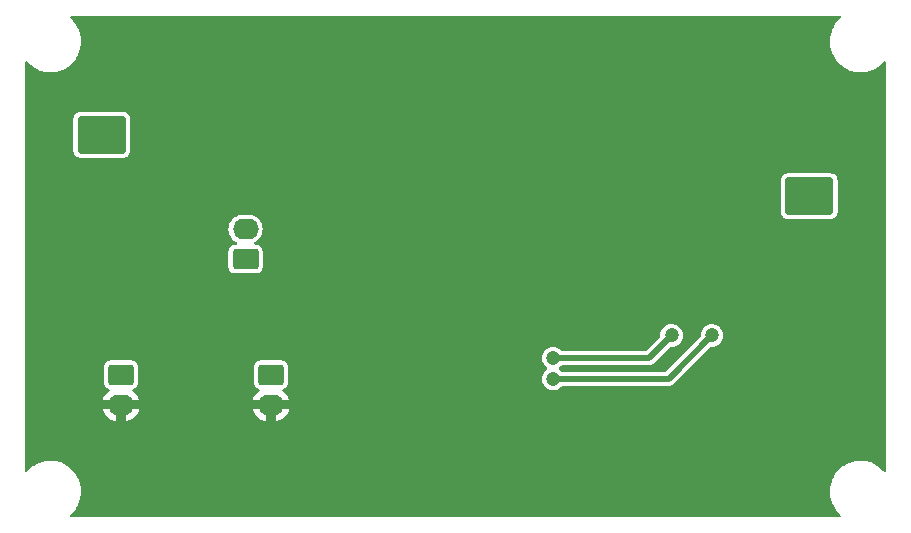
<source format=gbr>
%TF.GenerationSoftware,KiCad,Pcbnew,6.0.4-6f826c9f35~116~ubuntu21.10.1*%
%TF.CreationDate,2022-04-20T18:46:37+02:00*%
%TF.ProjectId,Carte_protection,43617274-655f-4707-926f-74656374696f,V.1.0*%
%TF.SameCoordinates,Original*%
%TF.FileFunction,Copper,L2,Bot*%
%TF.FilePolarity,Positive*%
%FSLAX46Y46*%
G04 Gerber Fmt 4.6, Leading zero omitted, Abs format (unit mm)*
G04 Created by KiCad (PCBNEW 6.0.4-6f826c9f35~116~ubuntu21.10.1) date 2022-04-20 18:46:37*
%MOMM*%
%LPD*%
G01*
G04 APERTURE LIST*
G04 Aperture macros list*
%AMRoundRect*
0 Rectangle with rounded corners*
0 $1 Rounding radius*
0 $2 $3 $4 $5 $6 $7 $8 $9 X,Y pos of 4 corners*
0 Add a 4 corners polygon primitive as box body*
4,1,4,$2,$3,$4,$5,$6,$7,$8,$9,$2,$3,0*
0 Add four circle primitives for the rounded corners*
1,1,$1+$1,$2,$3*
1,1,$1+$1,$4,$5*
1,1,$1+$1,$6,$7*
1,1,$1+$1,$8,$9*
0 Add four rect primitives between the rounded corners*
20,1,$1+$1,$2,$3,$4,$5,0*
20,1,$1+$1,$4,$5,$6,$7,0*
20,1,$1+$1,$6,$7,$8,$9,0*
20,1,$1+$1,$8,$9,$2,$3,0*%
G04 Aperture macros list end*
%TA.AperFunction,ComponentPad*%
%ADD10RoundRect,0.250000X-0.845000X0.620000X-0.845000X-0.620000X0.845000X-0.620000X0.845000X0.620000X0*%
%TD*%
%TA.AperFunction,ComponentPad*%
%ADD11O,2.190000X1.740000*%
%TD*%
%TA.AperFunction,ComponentPad*%
%ADD12RoundRect,0.250000X-1.800000X1.330000X-1.800000X-1.330000X1.800000X-1.330000X1.800000X1.330000X0*%
%TD*%
%TA.AperFunction,ComponentPad*%
%ADD13O,4.100000X3.160000*%
%TD*%
%TA.AperFunction,ComponentPad*%
%ADD14RoundRect,0.250000X0.845000X-0.620000X0.845000X0.620000X-0.845000X0.620000X-0.845000X-0.620000X0*%
%TD*%
%TA.AperFunction,ComponentPad*%
%ADD15RoundRect,0.250000X1.800000X-1.330000X1.800000X1.330000X-1.800000X1.330000X-1.800000X-1.330000X0*%
%TD*%
%TA.AperFunction,ViaPad*%
%ADD16C,1.200000*%
%TD*%
%TA.AperFunction,Conductor*%
%ADD17C,0.500000*%
%TD*%
G04 APERTURE END LIST*
D10*
X153924000Y-124737500D03*
D11*
X153924000Y-127277500D03*
D12*
X152295000Y-104417500D03*
D13*
X152295000Y-108377500D03*
D14*
X164465000Y-114935000D03*
D11*
X164465000Y-112395000D03*
D15*
X212195000Y-109614806D03*
D13*
X212195000Y-105654806D03*
D10*
X166624000Y-124737500D03*
D11*
X166624000Y-127277500D03*
D16*
X179705000Y-128270000D03*
X161290000Y-133985000D03*
X205740000Y-125095000D03*
X187325000Y-134620000D03*
X174625000Y-127635000D03*
X167640000Y-113665000D03*
X171450000Y-113665000D03*
X200660000Y-126365000D03*
X168275000Y-129540000D03*
X182245000Y-128270000D03*
X152400000Y-129540000D03*
X175260000Y-118745000D03*
X197485000Y-134620000D03*
X177800000Y-126365000D03*
X168910000Y-113665000D03*
X192405000Y-134620000D03*
X164465000Y-129540000D03*
X176530000Y-126365000D03*
X213995000Y-102235000D03*
X210185000Y-100965000D03*
X213360000Y-125730000D03*
X207645000Y-104775000D03*
X186055000Y-134620000D03*
X210185000Y-123825000D03*
X215265000Y-100965000D03*
X215900000Y-125730000D03*
X186055000Y-130175000D03*
X217170000Y-125730000D03*
X156210000Y-129540000D03*
X207010000Y-125095000D03*
X216535000Y-104775000D03*
X186055000Y-128905000D03*
X153670000Y-129540000D03*
X212090000Y-125095000D03*
X205740000Y-126365000D03*
X162560000Y-132715000D03*
X215265000Y-103505000D03*
X196215000Y-134620000D03*
X208280000Y-125095000D03*
X151130000Y-128270000D03*
X217170000Y-124460000D03*
X215265000Y-104775000D03*
X210185000Y-102235000D03*
X183515000Y-127635000D03*
X209550000Y-125095000D03*
X151130000Y-129540000D03*
X208915000Y-100965000D03*
X160020000Y-132715000D03*
X177800000Y-118745000D03*
X188595000Y-134620000D03*
X210820000Y-125095000D03*
X194945000Y-134620000D03*
X211455000Y-102235000D03*
X212725000Y-100965000D03*
X212090000Y-123825000D03*
X207645000Y-102235000D03*
X216535000Y-106045000D03*
X216535000Y-103505000D03*
X193675000Y-134620000D03*
X175260000Y-126365000D03*
X154940000Y-129540000D03*
X214630000Y-125730000D03*
X208915000Y-102235000D03*
X201930000Y-126365000D03*
X161290000Y-132715000D03*
X211455000Y-100965000D03*
X176530000Y-117475000D03*
X206375000Y-123825000D03*
X207645000Y-106045000D03*
X208915000Y-103505000D03*
X213995000Y-100965000D03*
X168910000Y-128270000D03*
X215265000Y-102235000D03*
X178435000Y-127635000D03*
X191135000Y-134620000D03*
X176530000Y-118745000D03*
X180975000Y-128270000D03*
X199390000Y-126365000D03*
X189865000Y-134620000D03*
X208915000Y-104775000D03*
X203200000Y-126365000D03*
X170180000Y-113665000D03*
X208915000Y-106045000D03*
X198755000Y-134620000D03*
X212725000Y-102235000D03*
X163830000Y-128270000D03*
X215265000Y-106045000D03*
X184785000Y-127635000D03*
X216535000Y-102235000D03*
X207645000Y-103505000D03*
X156210000Y-128270000D03*
X204470000Y-126365000D03*
X167005000Y-129540000D03*
X186055000Y-127635000D03*
X165735000Y-129540000D03*
X190500000Y-125095000D03*
X203962000Y-121412000D03*
X200533000Y-121412000D03*
X190500000Y-123317000D03*
D17*
X200279000Y-125095000D02*
X190500000Y-125095000D01*
X203962000Y-121412000D02*
X200279000Y-125095000D01*
X200533000Y-121412000D02*
X198628000Y-123317000D01*
X198628000Y-123317000D02*
X190500000Y-123317000D01*
%TA.AperFunction,Conductor*%
G36*
X214817346Y-94350502D02*
G01*
X214863839Y-94404158D01*
X214873943Y-94474432D01*
X214844449Y-94539012D01*
X214827662Y-94555108D01*
X214794640Y-94581375D01*
X214794631Y-94581384D01*
X214791619Y-94583779D01*
X214568648Y-94810676D01*
X214566307Y-94813727D01*
X214566306Y-94813728D01*
X214377326Y-95060011D01*
X214377321Y-95060019D01*
X214374991Y-95063055D01*
X214373042Y-95066364D01*
X214258792Y-95260322D01*
X214213534Y-95337154D01*
X214086685Y-95628886D01*
X213996335Y-95933903D01*
X213943831Y-96247657D01*
X213929955Y-96565471D01*
X213954914Y-96882607D01*
X214018336Y-97194338D01*
X214119276Y-97496016D01*
X214256229Y-97783143D01*
X214427153Y-98051440D01*
X214629500Y-98296907D01*
X214860254Y-98515884D01*
X215115975Y-98705108D01*
X215254412Y-98783432D01*
X215389492Y-98859857D01*
X215389496Y-98859859D01*
X215392849Y-98861756D01*
X215686751Y-98983494D01*
X215788083Y-99011596D01*
X215989582Y-99067477D01*
X215989590Y-99067479D01*
X215993298Y-99068507D01*
X216307921Y-99115528D01*
X216311219Y-99115672D01*
X216420427Y-99120440D01*
X216420432Y-99120440D01*
X216421804Y-99120500D01*
X216615799Y-99120500D01*
X216852524Y-99106021D01*
X216856307Y-99105320D01*
X216856314Y-99105319D01*
X217054931Y-99068507D01*
X217165313Y-99048049D01*
X217374732Y-98982020D01*
X217465035Y-98953548D01*
X217465038Y-98953547D01*
X217468707Y-98952390D01*
X217472204Y-98950796D01*
X217472210Y-98950794D01*
X217754673Y-98822068D01*
X217754677Y-98822066D01*
X217758181Y-98820469D01*
X217943334Y-98707007D01*
X218026142Y-98656262D01*
X218026145Y-98656260D01*
X218029420Y-98654253D01*
X218032424Y-98651863D01*
X218032429Y-98651860D01*
X218275370Y-98458616D01*
X218278381Y-98456221D01*
X218281077Y-98453478D01*
X218498663Y-98232061D01*
X218498668Y-98232055D01*
X218501352Y-98229324D01*
X218503470Y-98226564D01*
X218563189Y-98188315D01*
X218634186Y-98188425D01*
X218693852Y-98226901D01*
X218723245Y-98291528D01*
X218724500Y-98309266D01*
X218724500Y-132836673D01*
X218704498Y-132904794D01*
X218650842Y-132951287D01*
X218580568Y-132961391D01*
X218515988Y-132931897D01*
X218501275Y-132916819D01*
X218444934Y-132848472D01*
X218440500Y-132843093D01*
X218209746Y-132624116D01*
X217954025Y-132434892D01*
X217753680Y-132321542D01*
X217680508Y-132280143D01*
X217680504Y-132280141D01*
X217677151Y-132278244D01*
X217383249Y-132156506D01*
X217281917Y-132128404D01*
X217080418Y-132072523D01*
X217080410Y-132072521D01*
X217076702Y-132071493D01*
X216762079Y-132024472D01*
X216758781Y-132024328D01*
X216649573Y-132019560D01*
X216649568Y-132019560D01*
X216648196Y-132019500D01*
X216454201Y-132019500D01*
X216217476Y-132033979D01*
X216213693Y-132034680D01*
X216213686Y-132034681D01*
X216061082Y-132062965D01*
X215904687Y-132091951D01*
X215724998Y-132148606D01*
X215604965Y-132186452D01*
X215604962Y-132186453D01*
X215601293Y-132187610D01*
X215597796Y-132189204D01*
X215597790Y-132189206D01*
X215315327Y-132317932D01*
X215315323Y-132317934D01*
X215311819Y-132319531D01*
X215308540Y-132321541D01*
X215308537Y-132321542D01*
X215119826Y-132437185D01*
X215040580Y-132485747D01*
X215037576Y-132488137D01*
X215037571Y-132488140D01*
X214818962Y-132662030D01*
X214791619Y-132683779D01*
X214568648Y-132910676D01*
X214566307Y-132913727D01*
X214566306Y-132913728D01*
X214377326Y-133160011D01*
X214377321Y-133160019D01*
X214374991Y-133163055D01*
X214373042Y-133166364D01*
X214258792Y-133360322D01*
X214213534Y-133437154D01*
X214086685Y-133728886D01*
X213996335Y-134033903D01*
X213943831Y-134347657D01*
X213929955Y-134665471D01*
X213954914Y-134982607D01*
X214018336Y-135294338D01*
X214119276Y-135596016D01*
X214120925Y-135599474D01*
X214120927Y-135599478D01*
X214254576Y-135879678D01*
X214256229Y-135883143D01*
X214427153Y-136151440D01*
X214629500Y-136396907D01*
X214794492Y-136553478D01*
X214835194Y-136592103D01*
X214870838Y-136653503D01*
X214867629Y-136724427D01*
X214826585Y-136782357D01*
X214760737Y-136808901D01*
X214748461Y-136809500D01*
X149740775Y-136809500D01*
X149672654Y-136789498D01*
X149626161Y-136735842D01*
X149616057Y-136665568D01*
X149645551Y-136600988D01*
X149662338Y-136584892D01*
X149695360Y-136558625D01*
X149695369Y-136558616D01*
X149698381Y-136556221D01*
X149921352Y-136329324D01*
X150055572Y-136154405D01*
X150112674Y-136079989D01*
X150112679Y-136079981D01*
X150115009Y-136076945D01*
X150227257Y-135886386D01*
X150274513Y-135806162D01*
X150274515Y-135806159D01*
X150276466Y-135802846D01*
X150403315Y-135511114D01*
X150493665Y-135206097D01*
X150546169Y-134892343D01*
X150560045Y-134574529D01*
X150535086Y-134257393D01*
X150471664Y-133945662D01*
X150370724Y-133643984D01*
X150233771Y-133356857D01*
X150062847Y-133088560D01*
X149860500Y-132843093D01*
X149629746Y-132624116D01*
X149374025Y-132434892D01*
X149173680Y-132321542D01*
X149100508Y-132280143D01*
X149100504Y-132280141D01*
X149097151Y-132278244D01*
X148803249Y-132156506D01*
X148701917Y-132128404D01*
X148500418Y-132072523D01*
X148500410Y-132072521D01*
X148496702Y-132071493D01*
X148182079Y-132024472D01*
X148178781Y-132024328D01*
X148069573Y-132019560D01*
X148069568Y-132019560D01*
X148068196Y-132019500D01*
X147874201Y-132019500D01*
X147637476Y-132033979D01*
X147633693Y-132034680D01*
X147633686Y-132034681D01*
X147481082Y-132062965D01*
X147324687Y-132091951D01*
X147144998Y-132148606D01*
X147024965Y-132186452D01*
X147024962Y-132186453D01*
X147021293Y-132187610D01*
X147017796Y-132189204D01*
X147017790Y-132189206D01*
X146735327Y-132317932D01*
X146735323Y-132317934D01*
X146731819Y-132319531D01*
X146728540Y-132321541D01*
X146728537Y-132321542D01*
X146539826Y-132437185D01*
X146460580Y-132485747D01*
X146457576Y-132488137D01*
X146457571Y-132488140D01*
X146238962Y-132662030D01*
X146211619Y-132683779D01*
X146208927Y-132686518D01*
X146208923Y-132686522D01*
X145991337Y-132907939D01*
X145991332Y-132907945D01*
X145988648Y-132910676D01*
X145986530Y-132913436D01*
X145926811Y-132951685D01*
X145855814Y-132951575D01*
X145796148Y-132913099D01*
X145766755Y-132848472D01*
X145765500Y-132830734D01*
X145765500Y-127687070D01*
X152379150Y-127687070D01*
X152458288Y-127887461D01*
X152463015Y-127896983D01*
X152578796Y-128087785D01*
X152585062Y-128096378D01*
X152731333Y-128264941D01*
X152738964Y-128272361D01*
X152911542Y-128413868D01*
X152920309Y-128419893D01*
X153114262Y-128530297D01*
X153123926Y-128534762D01*
X153333711Y-128610910D01*
X153343979Y-128613681D01*
X153506174Y-128643011D01*
X153519413Y-128641593D01*
X153523823Y-128627518D01*
X154324000Y-128627518D01*
X154328310Y-128642196D01*
X154340193Y-128644259D01*
X154376707Y-128641161D01*
X154387179Y-128639371D01*
X154603202Y-128583302D01*
X154613242Y-128579766D01*
X154816732Y-128488101D01*
X154826018Y-128482932D01*
X155011155Y-128358290D01*
X155019441Y-128351629D01*
X155180930Y-128197576D01*
X155187979Y-128189608D01*
X155321203Y-128010548D01*
X155326802Y-128001518D01*
X155427954Y-127802566D01*
X155431955Y-127792713D01*
X155462357Y-127694802D01*
X155462477Y-127687070D01*
X165079150Y-127687070D01*
X165158288Y-127887461D01*
X165163015Y-127896983D01*
X165278796Y-128087785D01*
X165285062Y-128096378D01*
X165431333Y-128264941D01*
X165438964Y-128272361D01*
X165611542Y-128413868D01*
X165620309Y-128419893D01*
X165814262Y-128530297D01*
X165823926Y-128534762D01*
X166033711Y-128610910D01*
X166043979Y-128613681D01*
X166206174Y-128643011D01*
X166219413Y-128641593D01*
X166223823Y-128627518D01*
X167024000Y-128627518D01*
X167028310Y-128642196D01*
X167040193Y-128644259D01*
X167076707Y-128641161D01*
X167087179Y-128639371D01*
X167303202Y-128583302D01*
X167313242Y-128579766D01*
X167516732Y-128488101D01*
X167526018Y-128482932D01*
X167711155Y-128358290D01*
X167719441Y-128351629D01*
X167880930Y-128197576D01*
X167887979Y-128189608D01*
X168021203Y-128010548D01*
X168026802Y-128001518D01*
X168127954Y-127802566D01*
X168131955Y-127792713D01*
X168162357Y-127694802D01*
X168162576Y-127680701D01*
X168155844Y-127677500D01*
X167042115Y-127677500D01*
X167026876Y-127681975D01*
X167025671Y-127683365D01*
X167024000Y-127691048D01*
X167024000Y-128627518D01*
X166223823Y-128627518D01*
X166224000Y-128626954D01*
X166224000Y-127695615D01*
X166219525Y-127680376D01*
X166218135Y-127679171D01*
X166210452Y-127677500D01*
X165093485Y-127677500D01*
X165079954Y-127681473D01*
X165079150Y-127687070D01*
X155462477Y-127687070D01*
X155462576Y-127680701D01*
X155455844Y-127677500D01*
X154342115Y-127677500D01*
X154326876Y-127681975D01*
X154325671Y-127683365D01*
X154324000Y-127691048D01*
X154324000Y-128627518D01*
X153523823Y-128627518D01*
X153524000Y-128626954D01*
X153524000Y-127695615D01*
X153519525Y-127680376D01*
X153518135Y-127679171D01*
X153510452Y-127677500D01*
X152393485Y-127677500D01*
X152379954Y-127681473D01*
X152379150Y-127687070D01*
X145765500Y-127687070D01*
X145765500Y-126874299D01*
X152385424Y-126874299D01*
X152392156Y-126877500D01*
X155454515Y-126877500D01*
X155465417Y-126874299D01*
X165085424Y-126874299D01*
X165092156Y-126877500D01*
X168154515Y-126877500D01*
X168168046Y-126873527D01*
X168168850Y-126867930D01*
X168089712Y-126667539D01*
X168084985Y-126658017D01*
X167969204Y-126467215D01*
X167962938Y-126458622D01*
X167816667Y-126290059D01*
X167809036Y-126282639D01*
X167634598Y-126139608D01*
X167594603Y-126080948D01*
X167592672Y-126009978D01*
X167629416Y-125949230D01*
X167666270Y-125925765D01*
X167771841Y-125882036D01*
X167897282Y-125785782D01*
X167993536Y-125660341D01*
X168054044Y-125514262D01*
X168062230Y-125452080D01*
X168068962Y-125400948D01*
X168068962Y-125400947D01*
X168069500Y-125396861D01*
X168069500Y-125081665D01*
X189544994Y-125081665D01*
X189560592Y-125267414D01*
X189562291Y-125273339D01*
X189598883Y-125400950D01*
X189611971Y-125446595D01*
X189697176Y-125612385D01*
X189812959Y-125758468D01*
X189954912Y-125879279D01*
X190117627Y-125970217D01*
X190294907Y-126027819D01*
X190479998Y-126049890D01*
X190486133Y-126049418D01*
X190486135Y-126049418D01*
X190659710Y-126036062D01*
X190659715Y-126036061D01*
X190665851Y-126035589D01*
X190671781Y-126033933D01*
X190671783Y-126033933D01*
X190839459Y-125987117D01*
X190839458Y-125987117D01*
X190845387Y-125985462D01*
X191011768Y-125901417D01*
X191036255Y-125882286D01*
X191153794Y-125790454D01*
X191153795Y-125790453D01*
X191158655Y-125786656D01*
X191162681Y-125781991D01*
X191162687Y-125781986D01*
X191199644Y-125739170D01*
X191259297Y-125700672D01*
X191295026Y-125695500D01*
X200231381Y-125695500D01*
X200247827Y-125696578D01*
X200279000Y-125700682D01*
X200287188Y-125699604D01*
X200318361Y-125695500D01*
X200427574Y-125681122D01*
X200435762Y-125680044D01*
X200581841Y-125619536D01*
X200707282Y-125523282D01*
X200726430Y-125498328D01*
X200737297Y-125485938D01*
X203822207Y-122401028D01*
X203884519Y-122367002D01*
X203926218Y-122365009D01*
X203935882Y-122366161D01*
X203935885Y-122366161D01*
X203941998Y-122366890D01*
X203948133Y-122366418D01*
X203948135Y-122366418D01*
X204121710Y-122353062D01*
X204121715Y-122353061D01*
X204127851Y-122352589D01*
X204133781Y-122350933D01*
X204133783Y-122350933D01*
X204301459Y-122304117D01*
X204301458Y-122304117D01*
X204307387Y-122302462D01*
X204473768Y-122218417D01*
X204620655Y-122103656D01*
X204742454Y-121962550D01*
X204834526Y-121800474D01*
X204893364Y-121623601D01*
X204906475Y-121519818D01*
X204916285Y-121442170D01*
X204916286Y-121442163D01*
X204916727Y-121438668D01*
X204917099Y-121412000D01*
X204898909Y-121226487D01*
X204897128Y-121220588D01*
X204897127Y-121220583D01*
X204846814Y-121053939D01*
X204845033Y-121048040D01*
X204757522Y-120883456D01*
X204753632Y-120878686D01*
X204753629Y-120878682D01*
X204643605Y-120743780D01*
X204643602Y-120743777D01*
X204639710Y-120739005D01*
X204634056Y-120734327D01*
X204500834Y-120624116D01*
X204496085Y-120620187D01*
X204332116Y-120531529D01*
X204243082Y-120503969D01*
X204159936Y-120478231D01*
X204159933Y-120478230D01*
X204154049Y-120476409D01*
X204147924Y-120475765D01*
X204147923Y-120475765D01*
X203974796Y-120457568D01*
X203974795Y-120457568D01*
X203968668Y-120456924D01*
X203890549Y-120464033D01*
X203789171Y-120473259D01*
X203789168Y-120473260D01*
X203783032Y-120473818D01*
X203777122Y-120475557D01*
X203777119Y-120475558D01*
X203610129Y-120524707D01*
X203604214Y-120526448D01*
X203439023Y-120612807D01*
X203293752Y-120729608D01*
X203173935Y-120872401D01*
X203170971Y-120877793D01*
X203170968Y-120877797D01*
X203096256Y-121013699D01*
X203084135Y-121035746D01*
X203027772Y-121213424D01*
X203006994Y-121398665D01*
X203010058Y-121435145D01*
X203011327Y-121450262D01*
X202997096Y-121519818D01*
X202974864Y-121549901D01*
X200067170Y-124457595D01*
X200004858Y-124491621D01*
X199978075Y-124494500D01*
X191296665Y-124494500D01*
X191228544Y-124474498D01*
X191199022Y-124448136D01*
X191181605Y-124426780D01*
X191181602Y-124426777D01*
X191177710Y-124422005D01*
X191172056Y-124417327D01*
X191034085Y-124303187D01*
X191035506Y-124301470D01*
X190996604Y-124254496D01*
X190988071Y-124184014D01*
X191018997Y-124120107D01*
X191034779Y-124105439D01*
X191158655Y-124008656D01*
X191162681Y-124003991D01*
X191162687Y-124003986D01*
X191199644Y-123961170D01*
X191259297Y-123922672D01*
X191295026Y-123917500D01*
X198580381Y-123917500D01*
X198596827Y-123918578D01*
X198628000Y-123922682D01*
X198636188Y-123921604D01*
X198667361Y-123917500D01*
X198776574Y-123903122D01*
X198784762Y-123902044D01*
X198930841Y-123841536D01*
X199056282Y-123745282D01*
X199075430Y-123720328D01*
X199086297Y-123707938D01*
X200393207Y-122401028D01*
X200455519Y-122367002D01*
X200497218Y-122365009D01*
X200506882Y-122366161D01*
X200506885Y-122366161D01*
X200512998Y-122366890D01*
X200519133Y-122366418D01*
X200519135Y-122366418D01*
X200692710Y-122353062D01*
X200692715Y-122353061D01*
X200698851Y-122352589D01*
X200704781Y-122350933D01*
X200704783Y-122350933D01*
X200872459Y-122304117D01*
X200872458Y-122304117D01*
X200878387Y-122302462D01*
X201044768Y-122218417D01*
X201191655Y-122103656D01*
X201313454Y-121962550D01*
X201405526Y-121800474D01*
X201464364Y-121623601D01*
X201477475Y-121519818D01*
X201487285Y-121442170D01*
X201487286Y-121442163D01*
X201487727Y-121438668D01*
X201488099Y-121412000D01*
X201469909Y-121226487D01*
X201468128Y-121220588D01*
X201468127Y-121220583D01*
X201417814Y-121053939D01*
X201416033Y-121048040D01*
X201328522Y-120883456D01*
X201324632Y-120878686D01*
X201324629Y-120878682D01*
X201214605Y-120743780D01*
X201214602Y-120743777D01*
X201210710Y-120739005D01*
X201205056Y-120734327D01*
X201071834Y-120624116D01*
X201067085Y-120620187D01*
X200903116Y-120531529D01*
X200814082Y-120503969D01*
X200730936Y-120478231D01*
X200730933Y-120478230D01*
X200725049Y-120476409D01*
X200718924Y-120475765D01*
X200718923Y-120475765D01*
X200545796Y-120457568D01*
X200545795Y-120457568D01*
X200539668Y-120456924D01*
X200461549Y-120464033D01*
X200360171Y-120473259D01*
X200360168Y-120473260D01*
X200354032Y-120473818D01*
X200348122Y-120475557D01*
X200348119Y-120475558D01*
X200181129Y-120524707D01*
X200175214Y-120526448D01*
X200010023Y-120612807D01*
X199864752Y-120729608D01*
X199744935Y-120872401D01*
X199741971Y-120877793D01*
X199741968Y-120877797D01*
X199667256Y-121013699D01*
X199655135Y-121035746D01*
X199598772Y-121213424D01*
X199577994Y-121398665D01*
X199581058Y-121435145D01*
X199582327Y-121450262D01*
X199568096Y-121519818D01*
X199545864Y-121549901D01*
X198416170Y-122679595D01*
X198353858Y-122713621D01*
X198327075Y-122716500D01*
X191296665Y-122716500D01*
X191228544Y-122696498D01*
X191199022Y-122670136D01*
X191181605Y-122648780D01*
X191181602Y-122648777D01*
X191177710Y-122644005D01*
X191172056Y-122639327D01*
X191038834Y-122529116D01*
X191034085Y-122525187D01*
X190870116Y-122436529D01*
X190755429Y-122401028D01*
X190697936Y-122383231D01*
X190697933Y-122383230D01*
X190692049Y-122381409D01*
X190685924Y-122380765D01*
X190685923Y-122380765D01*
X190512796Y-122362568D01*
X190512795Y-122362568D01*
X190506668Y-122361924D01*
X190450870Y-122367002D01*
X190327171Y-122378259D01*
X190327168Y-122378260D01*
X190321032Y-122378818D01*
X190315122Y-122380557D01*
X190315119Y-122380558D01*
X190245570Y-122401028D01*
X190142214Y-122431448D01*
X189977023Y-122517807D01*
X189831752Y-122634608D01*
X189711935Y-122777401D01*
X189708971Y-122782793D01*
X189708968Y-122782797D01*
X189634256Y-122918699D01*
X189622135Y-122940746D01*
X189565772Y-123118424D01*
X189544994Y-123303665D01*
X189560592Y-123489414D01*
X189562291Y-123495339D01*
X189591726Y-123597991D01*
X189611971Y-123668595D01*
X189697176Y-123834385D01*
X189812959Y-123980468D01*
X189954912Y-124101279D01*
X189959036Y-124103584D01*
X190003246Y-124158499D01*
X190010801Y-124229092D01*
X189978991Y-124292564D01*
X189965767Y-124304857D01*
X189831752Y-124412608D01*
X189711935Y-124555401D01*
X189708971Y-124560793D01*
X189708968Y-124560797D01*
X189634256Y-124696699D01*
X189622135Y-124718746D01*
X189565772Y-124896424D01*
X189544994Y-125081665D01*
X168069500Y-125081665D01*
X168069499Y-124078140D01*
X168060852Y-124012449D01*
X168055122Y-123968925D01*
X168055122Y-123968923D01*
X168054044Y-123960738D01*
X167993536Y-123814659D01*
X167897282Y-123689218D01*
X167771841Y-123592964D01*
X167625762Y-123532456D01*
X167617574Y-123531378D01*
X167512448Y-123517538D01*
X167512447Y-123517538D01*
X167508361Y-123517000D01*
X166624108Y-123517000D01*
X165739640Y-123517001D01*
X165735556Y-123517539D01*
X165735550Y-123517539D01*
X165630425Y-123531378D01*
X165630423Y-123531378D01*
X165622238Y-123532456D01*
X165476159Y-123592964D01*
X165350718Y-123689218D01*
X165254464Y-123814659D01*
X165193956Y-123960738D01*
X165192878Y-123968925D01*
X165192878Y-123968926D01*
X165187648Y-124008656D01*
X165178500Y-124078139D01*
X165178501Y-125396860D01*
X165179039Y-125400944D01*
X165179039Y-125400950D01*
X165192878Y-125506074D01*
X165193956Y-125514262D01*
X165254464Y-125660341D01*
X165350718Y-125785782D01*
X165476159Y-125882036D01*
X165581730Y-125925765D01*
X165586223Y-125927626D01*
X165641504Y-125972174D01*
X165663925Y-126039538D01*
X165646367Y-126108329D01*
X165608372Y-126148555D01*
X165536844Y-126196710D01*
X165528559Y-126203371D01*
X165367070Y-126357424D01*
X165360021Y-126365392D01*
X165226797Y-126544452D01*
X165221198Y-126553482D01*
X165120046Y-126752434D01*
X165116045Y-126762287D01*
X165085643Y-126860198D01*
X165085424Y-126874299D01*
X155465417Y-126874299D01*
X155468046Y-126873527D01*
X155468850Y-126867930D01*
X155389712Y-126667539D01*
X155384985Y-126658017D01*
X155269204Y-126467215D01*
X155262938Y-126458622D01*
X155116667Y-126290059D01*
X155109036Y-126282639D01*
X154934598Y-126139608D01*
X154894603Y-126080948D01*
X154892672Y-126009978D01*
X154929416Y-125949230D01*
X154966270Y-125925765D01*
X155071841Y-125882036D01*
X155197282Y-125785782D01*
X155293536Y-125660341D01*
X155354044Y-125514262D01*
X155362230Y-125452080D01*
X155368962Y-125400948D01*
X155368962Y-125400947D01*
X155369500Y-125396861D01*
X155369499Y-124078140D01*
X155360852Y-124012449D01*
X155355122Y-123968925D01*
X155355122Y-123968923D01*
X155354044Y-123960738D01*
X155293536Y-123814659D01*
X155197282Y-123689218D01*
X155071841Y-123592964D01*
X154925762Y-123532456D01*
X154917574Y-123531378D01*
X154812448Y-123517538D01*
X154812447Y-123517538D01*
X154808361Y-123517000D01*
X153924108Y-123517000D01*
X153039640Y-123517001D01*
X153035556Y-123517539D01*
X153035550Y-123517539D01*
X152930425Y-123531378D01*
X152930423Y-123531378D01*
X152922238Y-123532456D01*
X152776159Y-123592964D01*
X152650718Y-123689218D01*
X152554464Y-123814659D01*
X152493956Y-123960738D01*
X152492878Y-123968925D01*
X152492878Y-123968926D01*
X152487648Y-124008656D01*
X152478500Y-124078139D01*
X152478501Y-125396860D01*
X152479039Y-125400944D01*
X152479039Y-125400950D01*
X152492878Y-125506074D01*
X152493956Y-125514262D01*
X152554464Y-125660341D01*
X152650718Y-125785782D01*
X152776159Y-125882036D01*
X152881730Y-125925765D01*
X152886223Y-125927626D01*
X152941504Y-125972174D01*
X152963925Y-126039538D01*
X152946367Y-126108329D01*
X152908372Y-126148555D01*
X152836844Y-126196710D01*
X152828559Y-126203371D01*
X152667070Y-126357424D01*
X152660021Y-126365392D01*
X152526797Y-126544452D01*
X152521198Y-126553482D01*
X152420046Y-126752434D01*
X152416045Y-126762287D01*
X152385643Y-126860198D01*
X152385424Y-126874299D01*
X145765500Y-126874299D01*
X145765500Y-112433492D01*
X163015172Y-112433492D01*
X163041346Y-112649782D01*
X163105408Y-112858019D01*
X163205333Y-113051620D01*
X163337962Y-113224466D01*
X163499104Y-113371094D01*
X163503858Y-113374076D01*
X163675527Y-113481764D01*
X163722605Y-113534907D01*
X163733477Y-113605066D01*
X163704693Y-113669966D01*
X163645391Y-113709001D01*
X163608571Y-113714501D01*
X163580640Y-113714501D01*
X163576556Y-113715039D01*
X163576550Y-113715039D01*
X163471425Y-113728878D01*
X163471423Y-113728878D01*
X163463238Y-113729956D01*
X163317159Y-113790464D01*
X163191718Y-113886718D01*
X163095464Y-114012159D01*
X163034956Y-114158238D01*
X163019500Y-114275639D01*
X163019501Y-115594360D01*
X163034956Y-115711762D01*
X163095464Y-115857841D01*
X163191718Y-115983282D01*
X163317159Y-116079536D01*
X163463238Y-116140044D01*
X163471426Y-116141122D01*
X163576545Y-116154961D01*
X163580639Y-116155500D01*
X164464892Y-116155500D01*
X165349360Y-116155499D01*
X165353444Y-116154961D01*
X165353450Y-116154961D01*
X165458575Y-116141122D01*
X165458577Y-116141122D01*
X165466762Y-116140044D01*
X165612841Y-116079536D01*
X165738282Y-115983282D01*
X165834536Y-115857841D01*
X165895044Y-115711762D01*
X165910500Y-115594361D01*
X165910499Y-114275640D01*
X165895044Y-114158238D01*
X165834536Y-114012159D01*
X165738282Y-113886718D01*
X165612841Y-113790464D01*
X165466762Y-113729956D01*
X165458574Y-113728878D01*
X165353448Y-113715038D01*
X165353447Y-113715038D01*
X165349361Y-113714500D01*
X165315643Y-113714500D01*
X165247522Y-113694498D01*
X165201029Y-113640842D01*
X165190925Y-113570568D01*
X165220419Y-113505988D01*
X165261399Y-113474774D01*
X165262794Y-113474109D01*
X165313796Y-113449782D01*
X165490723Y-113322647D01*
X165642340Y-113166190D01*
X165763855Y-112985357D01*
X165851427Y-112785863D01*
X165902287Y-112574015D01*
X165914828Y-112356508D01*
X165888654Y-112140218D01*
X165824592Y-111931981D01*
X165724667Y-111738380D01*
X165592038Y-111565534D01*
X165430896Y-111418906D01*
X165305457Y-111340218D01*
X165251091Y-111306114D01*
X165251087Y-111306112D01*
X165246335Y-111303131D01*
X165044189Y-111221869D01*
X164830848Y-111177688D01*
X164826237Y-111177422D01*
X164826236Y-111177422D01*
X164777379Y-111174605D01*
X164777375Y-111174605D01*
X164775556Y-111174500D01*
X164184726Y-111174500D01*
X164181939Y-111174749D01*
X164181933Y-111174749D01*
X164114152Y-111180798D01*
X164022995Y-111188934D01*
X164017581Y-111190415D01*
X164017576Y-111190416D01*
X163894944Y-111223965D01*
X163812848Y-111246424D01*
X163807790Y-111248836D01*
X163807786Y-111248838D01*
X163796549Y-111254198D01*
X163616204Y-111340218D01*
X163439277Y-111467353D01*
X163287660Y-111623810D01*
X163166145Y-111804643D01*
X163078573Y-112004137D01*
X163027713Y-112215985D01*
X163015172Y-112433492D01*
X145765500Y-112433492D01*
X145765500Y-108245445D01*
X209794500Y-108245445D01*
X209794501Y-110984166D01*
X209809956Y-111101568D01*
X209870464Y-111247647D01*
X209966718Y-111373088D01*
X210092159Y-111469342D01*
X210238238Y-111529850D01*
X210246426Y-111530928D01*
X210351545Y-111544767D01*
X210355639Y-111545306D01*
X212194776Y-111545306D01*
X214034360Y-111545305D01*
X214038444Y-111544767D01*
X214038450Y-111544767D01*
X214143575Y-111530928D01*
X214143577Y-111530928D01*
X214151762Y-111529850D01*
X214297841Y-111469342D01*
X214423282Y-111373088D01*
X214519536Y-111247647D01*
X214580044Y-111101568D01*
X214595500Y-110984167D01*
X214595499Y-108245446D01*
X214580044Y-108128044D01*
X214519536Y-107981965D01*
X214423282Y-107856524D01*
X214297841Y-107760270D01*
X214151762Y-107699762D01*
X214143574Y-107698684D01*
X214038448Y-107684844D01*
X214038447Y-107684844D01*
X214034361Y-107684306D01*
X212195224Y-107684306D01*
X210355640Y-107684307D01*
X210351556Y-107684845D01*
X210351550Y-107684845D01*
X210246425Y-107698684D01*
X210246423Y-107698684D01*
X210238238Y-107699762D01*
X210092159Y-107760270D01*
X209966718Y-107856524D01*
X209870464Y-107981965D01*
X209809956Y-108128044D01*
X209794500Y-108245445D01*
X145765500Y-108245445D01*
X145765500Y-103048139D01*
X149894500Y-103048139D01*
X149894501Y-105786860D01*
X149909956Y-105904262D01*
X149970464Y-106050341D01*
X150066718Y-106175782D01*
X150192159Y-106272036D01*
X150338238Y-106332544D01*
X150346426Y-106333622D01*
X150451545Y-106347461D01*
X150455639Y-106348000D01*
X152294776Y-106348000D01*
X154134360Y-106347999D01*
X154138444Y-106347461D01*
X154138450Y-106347461D01*
X154243575Y-106333622D01*
X154243577Y-106333622D01*
X154251762Y-106332544D01*
X154397841Y-106272036D01*
X154523282Y-106175782D01*
X154619536Y-106050341D01*
X154680044Y-105904262D01*
X154695500Y-105786861D01*
X154695499Y-103048140D01*
X154680044Y-102930738D01*
X154619536Y-102784659D01*
X154523282Y-102659218D01*
X154397841Y-102562964D01*
X154251762Y-102502456D01*
X154243574Y-102501378D01*
X154138448Y-102487538D01*
X154138447Y-102487538D01*
X154134361Y-102487000D01*
X152295224Y-102487000D01*
X150455640Y-102487001D01*
X150451556Y-102487539D01*
X150451550Y-102487539D01*
X150346425Y-102501378D01*
X150346423Y-102501378D01*
X150338238Y-102502456D01*
X150192159Y-102562964D01*
X150066718Y-102659218D01*
X149970464Y-102784659D01*
X149909956Y-102930738D01*
X149894500Y-103048139D01*
X145765500Y-103048139D01*
X145765500Y-98303327D01*
X145785502Y-98235206D01*
X145839158Y-98188713D01*
X145909432Y-98178609D01*
X145974012Y-98208103D01*
X145988725Y-98223181D01*
X146049500Y-98296907D01*
X146280254Y-98515884D01*
X146535975Y-98705108D01*
X146674412Y-98783432D01*
X146809492Y-98859857D01*
X146809496Y-98859859D01*
X146812849Y-98861756D01*
X147106751Y-98983494D01*
X147208083Y-99011596D01*
X147409582Y-99067477D01*
X147409590Y-99067479D01*
X147413298Y-99068507D01*
X147727921Y-99115528D01*
X147731219Y-99115672D01*
X147840427Y-99120440D01*
X147840432Y-99120440D01*
X147841804Y-99120500D01*
X148035799Y-99120500D01*
X148272524Y-99106021D01*
X148276307Y-99105320D01*
X148276314Y-99105319D01*
X148474931Y-99068507D01*
X148585313Y-99048049D01*
X148794732Y-98982020D01*
X148885035Y-98953548D01*
X148885038Y-98953547D01*
X148888707Y-98952390D01*
X148892204Y-98950796D01*
X148892210Y-98950794D01*
X149174673Y-98822068D01*
X149174677Y-98822066D01*
X149178181Y-98820469D01*
X149363334Y-98707007D01*
X149446142Y-98656262D01*
X149446145Y-98656260D01*
X149449420Y-98654253D01*
X149452424Y-98651863D01*
X149452429Y-98651860D01*
X149695370Y-98458616D01*
X149698381Y-98456221D01*
X149921352Y-98229324D01*
X149926066Y-98223181D01*
X150112674Y-97979989D01*
X150112679Y-97979981D01*
X150115009Y-97976945D01*
X150227257Y-97786386D01*
X150274513Y-97706162D01*
X150274515Y-97706159D01*
X150276466Y-97702846D01*
X150403315Y-97411114D01*
X150493665Y-97106097D01*
X150546169Y-96792343D01*
X150560045Y-96474529D01*
X150535086Y-96157393D01*
X150471664Y-95845662D01*
X150370724Y-95543984D01*
X150237123Y-95263883D01*
X150235424Y-95260322D01*
X150235422Y-95260318D01*
X150233771Y-95256857D01*
X150062847Y-94988560D01*
X149860500Y-94743093D01*
X149654806Y-94547897D01*
X149619162Y-94486497D01*
X149622371Y-94415573D01*
X149663415Y-94357643D01*
X149729263Y-94331099D01*
X149741539Y-94330500D01*
X214749225Y-94330500D01*
X214817346Y-94350502D01*
G37*
%TD.AperFunction*%
M02*

</source>
